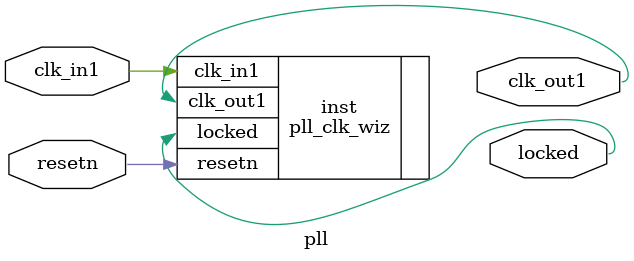
<source format=v>


`timescale 1ps/1ps

(* CORE_GENERATION_INFO = "pll,clk_wiz_v6_0_2_0_0,{component_name=pll,use_phase_alignment=true,use_min_o_jitter=false,use_max_i_jitter=false,use_dyn_phase_shift=false,use_inclk_switchover=false,use_dyn_reconfig=false,enable_axi=0,feedback_source=FDBK_AUTO,PRIMITIVE=PLL,num_out_clk=1,clkin1_period=20.000,clkin2_period=10.000,use_power_down=false,use_reset=true,use_locked=true,use_inclk_stopped=false,feedback_type=SINGLE,CLOCK_MGR_TYPE=NA,manual_override=false}" *)

module pll 
 (
  // Clock out ports
  output        clk_out1,
  // Status and control signals
  input         resetn,
  output        locked,
 // Clock in ports
  input         clk_in1
 );

  pll_clk_wiz inst
  (
  // Clock out ports  
  .clk_out1(clk_out1),
  // Status and control signals               
  .resetn(resetn), 
  .locked(locked),
 // Clock in ports
  .clk_in1(clk_in1)
  );

endmodule

</source>
